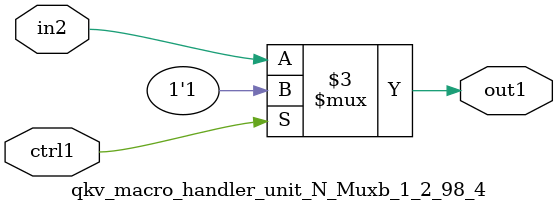
<source format=v>

`timescale 1ps / 1ps


module qkv_macro_handler_unit_N_Muxb_1_2_98_4( in2, ctrl1, out1 );

    input in2;
    input ctrl1;
    output out1;
    reg out1;

    
    // rtl_process:qkv_macro_handler_unit_N_Muxb_1_2_98_4/qkv_macro_handler_unit_N_Muxb_1_2_98_4_thread_1
    always @*
      begin : qkv_macro_handler_unit_N_Muxb_1_2_98_4_thread_1
        case (ctrl1) 
          1'b1: 
            begin
              out1 = 1'b1;
            end
          default: 
            begin
              out1 = in2;
            end
        endcase
      end

endmodule



</source>
